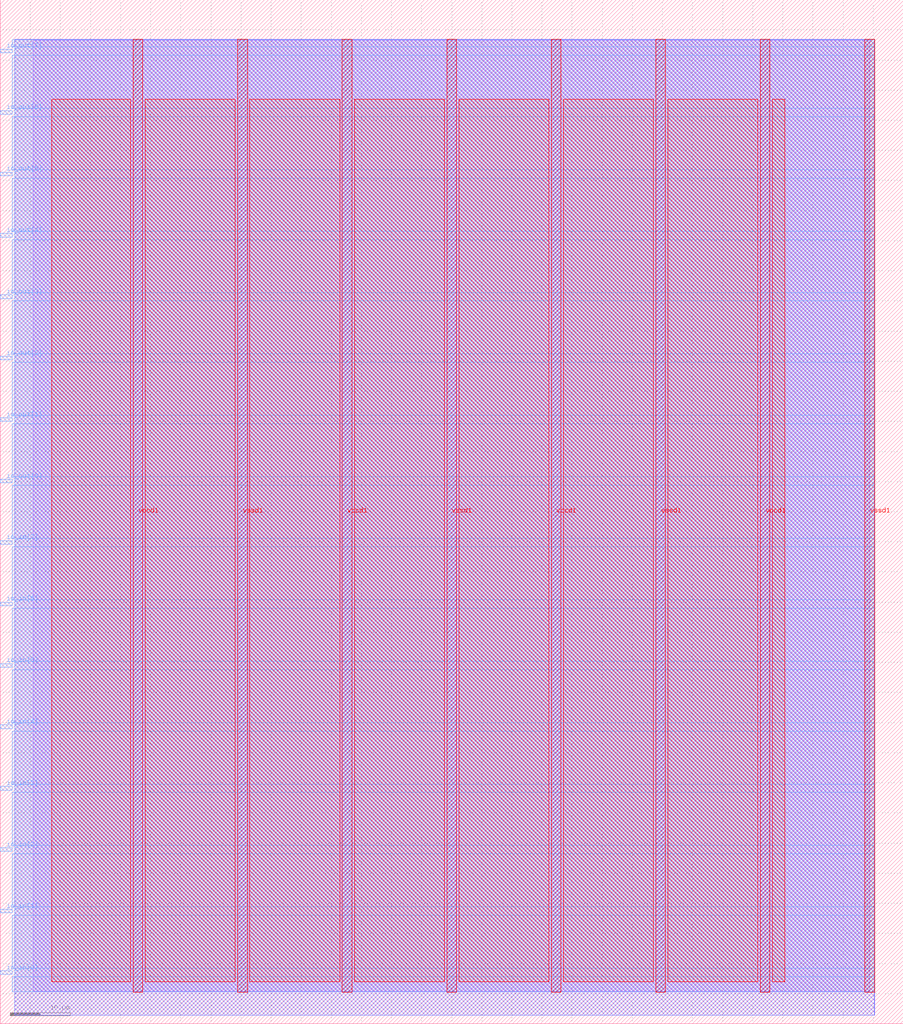
<source format=lef>
VERSION 5.7 ;
  NOWIREEXTENSIONATPIN ON ;
  DIVIDERCHAR "/" ;
  BUSBITCHARS "[]" ;
MACRO kiwih_tt_top
  CLASS BLOCK ;
  FOREIGN kiwih_tt_top ;
  ORIGIN 0.000 0.000 ;
  SIZE 150.000 BY 170.000 ;
  PIN io_in[0]
    DIRECTION INPUT ;
    USE SIGNAL ;
    PORT
      LAYER met3 ;
        RECT 0.000 8.200 2.000 8.800 ;
    END
  END io_in[0]
  PIN io_in[1]
    DIRECTION INPUT ;
    USE SIGNAL ;
    PORT
      LAYER met3 ;
        RECT 0.000 18.400 2.000 19.000 ;
    END
  END io_in[1]
  PIN io_in[2]
    DIRECTION INPUT ;
    USE SIGNAL ;
    PORT
      LAYER met3 ;
        RECT 0.000 28.600 2.000 29.200 ;
    END
  END io_in[2]
  PIN io_in[3]
    DIRECTION INPUT ;
    USE SIGNAL ;
    PORT
      LAYER met3 ;
        RECT 0.000 38.800 2.000 39.400 ;
    END
  END io_in[3]
  PIN io_in[4]
    DIRECTION INPUT ;
    USE SIGNAL ;
    PORT
      LAYER met3 ;
        RECT 0.000 49.000 2.000 49.600 ;
    END
  END io_in[4]
  PIN io_in[5]
    DIRECTION INPUT ;
    USE SIGNAL ;
    PORT
      LAYER met3 ;
        RECT 0.000 59.200 2.000 59.800 ;
    END
  END io_in[5]
  PIN io_in[6]
    DIRECTION INPUT ;
    USE SIGNAL ;
    PORT
      LAYER met3 ;
        RECT 0.000 69.400 2.000 70.000 ;
    END
  END io_in[6]
  PIN io_in[7]
    DIRECTION INPUT ;
    USE SIGNAL ;
    PORT
      LAYER met3 ;
        RECT 0.000 79.600 2.000 80.200 ;
    END
  END io_in[7]
  PIN io_out[0]
    DIRECTION OUTPUT TRISTATE ;
    USE SIGNAL ;
    PORT
      LAYER met3 ;
        RECT 0.000 89.800 2.000 90.400 ;
    END
  END io_out[0]
  PIN io_out[1]
    DIRECTION OUTPUT TRISTATE ;
    USE SIGNAL ;
    PORT
      LAYER met3 ;
        RECT 0.000 100.000 2.000 100.600 ;
    END
  END io_out[1]
  PIN io_out[2]
    DIRECTION OUTPUT TRISTATE ;
    USE SIGNAL ;
    PORT
      LAYER met3 ;
        RECT 0.000 110.200 2.000 110.800 ;
    END
  END io_out[2]
  PIN io_out[3]
    DIRECTION OUTPUT TRISTATE ;
    USE SIGNAL ;
    PORT
      LAYER met3 ;
        RECT 0.000 120.400 2.000 121.000 ;
    END
  END io_out[3]
  PIN io_out[4]
    DIRECTION OUTPUT TRISTATE ;
    USE SIGNAL ;
    PORT
      LAYER met3 ;
        RECT 0.000 130.600 2.000 131.200 ;
    END
  END io_out[4]
  PIN io_out[5]
    DIRECTION OUTPUT TRISTATE ;
    USE SIGNAL ;
    PORT
      LAYER met3 ;
        RECT 0.000 140.800 2.000 141.400 ;
    END
  END io_out[5]
  PIN io_out[6]
    DIRECTION OUTPUT TRISTATE ;
    USE SIGNAL ;
    PORT
      LAYER met3 ;
        RECT 0.000 151.000 2.000 151.600 ;
    END
  END io_out[6]
  PIN io_out[7]
    DIRECTION OUTPUT TRISTATE ;
    USE SIGNAL ;
    PORT
      LAYER met3 ;
        RECT 0.000 161.200 2.000 161.800 ;
    END
  END io_out[7]
  PIN vccd1
    DIRECTION INOUT ;
    USE POWER ;
    PORT
      LAYER met4 ;
        RECT 22.085 5.200 23.685 163.440 ;
    END
    PORT
      LAYER met4 ;
        RECT 56.815 5.200 58.415 163.440 ;
    END
    PORT
      LAYER met4 ;
        RECT 91.545 5.200 93.145 163.440 ;
    END
    PORT
      LAYER met4 ;
        RECT 126.275 5.200 127.875 163.440 ;
    END
  END vccd1
  PIN vssd1
    DIRECTION INOUT ;
    USE GROUND ;
    PORT
      LAYER met4 ;
        RECT 39.450 5.200 41.050 163.440 ;
    END
    PORT
      LAYER met4 ;
        RECT 74.180 5.200 75.780 163.440 ;
    END
    PORT
      LAYER met4 ;
        RECT 108.910 5.200 110.510 163.440 ;
    END
    PORT
      LAYER met4 ;
        RECT 143.640 5.200 145.240 163.440 ;
    END
  END vssd1
  OBS
      LAYER li1 ;
        RECT 5.520 5.355 144.440 163.285 ;
      LAYER met1 ;
        RECT 2.370 1.400 145.240 163.440 ;
      LAYER met2 ;
        RECT 2.390 1.370 145.210 163.385 ;
      LAYER met3 ;
        RECT 2.000 162.200 145.230 163.365 ;
        RECT 2.400 160.800 145.230 162.200 ;
        RECT 2.000 152.000 145.230 160.800 ;
        RECT 2.400 150.600 145.230 152.000 ;
        RECT 2.000 141.800 145.230 150.600 ;
        RECT 2.400 140.400 145.230 141.800 ;
        RECT 2.000 131.600 145.230 140.400 ;
        RECT 2.400 130.200 145.230 131.600 ;
        RECT 2.000 121.400 145.230 130.200 ;
        RECT 2.400 120.000 145.230 121.400 ;
        RECT 2.000 111.200 145.230 120.000 ;
        RECT 2.400 109.800 145.230 111.200 ;
        RECT 2.000 101.000 145.230 109.800 ;
        RECT 2.400 99.600 145.230 101.000 ;
        RECT 2.000 90.800 145.230 99.600 ;
        RECT 2.400 89.400 145.230 90.800 ;
        RECT 2.000 80.600 145.230 89.400 ;
        RECT 2.400 79.200 145.230 80.600 ;
        RECT 2.000 70.400 145.230 79.200 ;
        RECT 2.400 69.000 145.230 70.400 ;
        RECT 2.000 60.200 145.230 69.000 ;
        RECT 2.400 58.800 145.230 60.200 ;
        RECT 2.000 50.000 145.230 58.800 ;
        RECT 2.400 48.600 145.230 50.000 ;
        RECT 2.000 39.800 145.230 48.600 ;
        RECT 2.400 38.400 145.230 39.800 ;
        RECT 2.000 29.600 145.230 38.400 ;
        RECT 2.400 28.200 145.230 29.600 ;
        RECT 2.000 19.400 145.230 28.200 ;
        RECT 2.400 18.000 145.230 19.400 ;
        RECT 2.000 9.200 145.230 18.000 ;
        RECT 2.400 7.800 145.230 9.200 ;
        RECT 2.000 5.275 145.230 7.800 ;
      LAYER met4 ;
        RECT 8.575 6.975 21.685 153.505 ;
        RECT 24.085 6.975 39.050 153.505 ;
        RECT 41.450 6.975 56.415 153.505 ;
        RECT 58.815 6.975 73.780 153.505 ;
        RECT 76.180 6.975 91.145 153.505 ;
        RECT 93.545 6.975 108.510 153.505 ;
        RECT 110.910 6.975 125.875 153.505 ;
        RECT 128.275 6.975 130.345 153.505 ;
  END
END kiwih_tt_top
END LIBRARY


</source>
